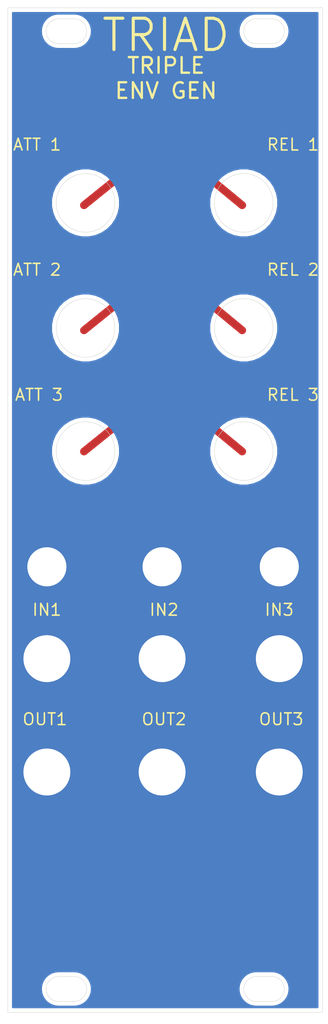
<source format=kicad_pcb>
(kicad_pcb (version 20171130) (host pcbnew "(5.1.5-0)")
  (layers (0 F.Cu signal) (31 B.Cu signal) (34 B.Paste user hide) (35 F.Paste user hide) (36 B.SilkS user hide) (37 F.SilkS user hide) (38 B.Mask user) (39 F.Mask user) (44 Edge.Cuts user hide))
  (net 0 "")
  (net 1 GND)
  (module "custom footprints:5mm_mounting_hole_LED" (layer F.Cu) (at 5 71.5)
    (fp_text reference REF** hide)
    (fp_text value 5mm_mounting_hole_LED)
    (pad 1 thru_hole circle (at 0 0) (size 5.1 5.1) (drill 5) (layers *.Cu *.Mask) (net 1 GND))
  )
  (module "custom footprints:5mm_mounting_hole_LED" (layer F.Cu) (at 20 71.5)
    (fp_text reference REF** hide)
    (fp_text value 5mm_mounting_hole_LED)
    (pad 1 thru_hole circle (at -0.25 0) (size 5.1 5.1) (drill 5) (layers *.Cu *.Mask) (net 1 GND))
  )
  (module "custom footprints:5mm_mounting_hole_LED" (layer F.Cu) (at 34.75 71.5)
    (fp_text reference REF** hide)
    (fp_text value 5mm_mounting_hole_LED)
    (pad 1 thru_hole circle (at 0 0) (size 5.1 5.1) (drill 5) (layers *.Cu *.Mask) (net 1 GND))
  )
  (module "custom footprints:potleaf_small_copper" (layer F.Cu) (at 20 123.5)
    (fp_text reference REF** hide)
    (fp_text value potleaf_small_copper)
    (fp_poly (pts (xy -3.4036 -3.9751) (xy -3.0861 -3.7338) (xy -2.52095 -3.4163) (xy -1.92405 -2.9845) (xy -1.5494 -2.6035) (xy -1.14935 -2.03835) (xy -0.55245 -0.85725) (xy -0.254 -0.2921) (xy -0.2413 -0.2794) (xy -0.5715 -0.254) (xy -0.6731 -0.3048) (xy -1.0287 -0.55245) (xy -1.4351 -0.92075) (xy -1.7653 -1.27) (xy -2.1209 -1.7018) (xy -2.4003 -2.1209) (xy -2.5908 -2.3749) (xy -2.8448 -2.8321) (xy -3.0988 -3.2004) (xy -3.3401 -3.6195) (xy -3.6195 -4.1783)) (layer F.Cu) (width 0.1))
    (fp_poly (pts (xy -1.997075 -0.796925) (xy -1.660525 -0.701675) (xy -1.397 -0.6096) (xy -0.6985 -0.2032) (xy -0.66802 -0.17526) (xy -0.6604 -0.1905) (xy -0.6604 -0.1778) (xy -0.66802 -0.17526) (xy -0.7493 -0.0127) (xy -0.3556 0.127) (xy -0.56515 0.1524) (xy -0.95885 0.1778) (xy -1.4351 0.1778) (xy -1.8796 0.1143) (xy -2.3622 0) (xy -2.7559 -0.1143) (xy -3.1623 -0.3429) (xy -3.4798 -0.5715) (xy -3.8862 -0.6985) (xy -3.2385 -0.7493) (xy -2.7051 -0.7874) (xy -2.24155 -0.79375)) (layer F.Cu) (width 0.1))
    (fp_poly (pts (xy -0.13335 0.2667) (xy -0.50165 0.6985) (xy -0.9398 0.97155) (xy -1.3208 1.11125) (xy -2.0701 1.27635) (xy -1.5875 0.7493) (xy -1.1938 0.4826) (xy -0.8255 0.2794) (xy -0.3556 0.2032) (xy -0.3302 0.2032)) (layer F.Cu) (width 0.1))
    (fp_poly (pts (xy 0 -0.2159) (xy -0.211138 -0.022225) (xy 0.007937 0.073025) (xy 0.758825 0.61595) (xy 0.57785 0.7112) (xy 0 0.254) (xy 0.0127 1.3462) (xy -0.1016 1.2065) (xy -0.10795 0.3175) (xy -0.0635 0.3175) (xy -0.4445 0.1016) (xy -0.73025 -0.0508) (xy -0.56515 -0.3302)) (layer F.Cu) (width 0.1))
    (fp_poly (pts (xy 0.64135 0.2413) (xy 1.1938 0.5207) (xy 1.520825 0.847725) (xy 1.655763 1.077913) (xy 1.887538 1.347788) (xy 1.58115 1.26365) (xy 1.32715 1.18745) (xy 1.14935 1.12395) (xy 0.7747 0.9906) (xy 0.415925 0.796925) (xy 0.155575 0.511175) (xy 0.03175 0.34925) (xy 0.09525 0.38735) (xy 0.06985 0.32385) (xy 0.13335 0.1524)) (layer F.Cu) (width 0.1))
    (fp_poly (pts (xy 3.0734 -0.762) (xy 3.5052 -0.7366) (xy 4.083207 -0.726057) (xy 3.4036 -0.5715) (xy 2.9718 -0.381) (xy 2.6289 -0.1651) (xy 2.2098 0) (xy 1.6764 0.0889) (xy 1.2319 0.1143) (xy 0.65405 0.09525) (xy 0.0762 0.0762) (xy 0.0127 0) (xy 0.2286 -0.0635) (xy 0.235585 -0.1143) (xy 0.551815 -0.2413) (xy 1.08585 -0.4699) (xy 1.6383 -0.6731) (xy 2.032 -0.7874) (xy 2.4765 -0.7874)) (layer F.Cu) (width 0.1))
    (fp_poly (pts (xy 3.0607 -3.4163) (xy 2.8194 -2.921) (xy 2.6162 -2.4638) (xy 2.35585 -1.9431) (xy 2.0828 -1.5875) (xy 1.77165 -1.17475) (xy 1.30175 -0.78105) (xy 0.8001 -0.4445) (xy -0.3048 0.1524) (xy -0.2794 -0.1778) (xy 0.0254 -0.2286) (xy 0.27305 -0.66675) (xy 0.48895 -1.1303) (xy 0.65405 -1.4605) (xy 0.8382 -1.7526) (xy 1.0033 -2.0701) (xy 1.2827 -2.4257) (xy 1.5621 -2.7432) (xy 1.8923 -3.0353) (xy 2.2352 -3.2639) (xy 2.6162 -3.5179) (xy 3.0099 -3.7846) (xy 3.5433 -4.1783)) (layer F.Cu) (width 0.1))
    (fp_poly (pts (xy 0.2159 -5.5499) (xy 0.3175 -5.0673) (xy 0.4318 -4.6101) (xy 0.51435 -4.2799) (xy 0.57785 -3.8989) (xy 0.6223 -3.3782) (xy 0.6223 -2.8448) (xy 0.5715 -2.2606) (xy 0.508 -1.7399) (xy 0.365125 -1.2446) (xy 0.066675 -0.2286) (xy -0.14605 -0.2794) (xy -0.381 -1.1938) (xy -0.554038 -2.0574) (xy -0.538163 -2.8448) (xy -0.485775 -3.5052) (xy -0.32385 -4.2799) (xy -0.0889 -5.0927) (xy 0.0381 -5.8674) (xy 0.1016 -6.3881)) (layer F.Cu) (width 0.1))
  )
  (module "custom footprints:6mm_mounting_hole_thonkiconn" (layer F.Cu) (at 34.75 97.75)
    (fp_text reference TP1 hide)
    (fp_text value TestPoint)
    (pad 1 thru_hole circle (at 0 0) (size 6.1 6.1) (drill 6) (layers *.Cu *.Mask) (net 1 GND))
  )
  (module "custom footprints:6mm_mounting_hole_thonkiconn" (layer F.Cu) (at 4.75 83.25)
    (fp_text reference TP1 hide)
    (fp_text value TestPoint)
    (pad 1 thru_hole circle (at 0.25 0) (size 6.1 6.1) (drill 6) (layers *.Cu *.Mask) (net 1 GND))
  )
  (module "custom footprints:6mm_mounting_hole_thonkiconn" (layer F.Cu) (at 34.75 83.25)
    (fp_text reference TP1 hide)
    (fp_text value TestPoint)
    (pad 1 thru_hole circle (at 0 0) (size 6.1 6.1) (drill 6) (layers *.Cu *.Mask) (net 1 GND))
  )
  (module "custom footprints:6mm_mounting_hole_thonkiconn" (layer F.Cu) (at 19.75 83.25)
    (fp_text reference TP1 hide)
    (fp_text value TestPoint)
    (pad 1 thru_hole circle (at 0 0) (size 6.1 6.1) (drill 6) (layers *.Cu *.Mask) (net 1 GND))
  )
  (module "custom footprints:6mm_mounting_hole_thonkiconn" (layer F.Cu) (at 5 97.75)
    (fp_text reference TP1 hide)
    (fp_text value TestPoint)
    (pad 1 thru_hole circle (at 0 0) (size 6.1 6.1) (drill 6) (layers *.Cu *.Mask) (net 1 GND))
  )
  (module "custom footprints:6mm_mounting_hole_thonkiconn" (layer F.Cu) (at 19.75 97.75)
    (fp_text reference TP1 hide)
    (fp_text value TestPoint)
    (pad 1 thru_hole circle (at 0 0) (size 6.1 6.1) (drill 6) (layers *.Cu *.Mask) (net 1 GND))
  )
  (gr_line (start 9.75 56.75) (end 20 48.5) (layer F.Cu) (width 1))
  (gr_line (start 20 48.5) (end 30 56.75) (layer F.Cu) (width 1))
  (gr_line (start 9.75 41.25) (end 20 33) (layer F.Cu) (width 1))
  (gr_line (start 20 33) (end 30 41.25) (layer F.Cu) (width 1))
  (gr_line (start 20 17) (end 30 25.25) (layer F.Cu) (width 1))
  (gr_line (start 9.75 25.25) (end 20 17) (layer F.Cu) (width 1))
  (gr_circle (center 5 71.5) (end 8 71.5) (layer F.Cu) (width 1))
  (gr_circle (center 19.75 71.5) (end 22.75 71.5) (layer F.Cu) (width 1))
  (gr_circle (center 34.75 71.5) (end 37.75 71.5) (layer F.Cu) (width 1))
  (gr_line (start 35 97.75) (end 5 97.75) (layer F.Cu) (width 2))
  (gr_line (start 34.75 83.25) (end 4.75 83.25) (layer F.Cu) (width 1.25))
  (gr_line (start 35 71.5) (end 5 71.5) (layer F.Cu) (width 0.75))
  (gr_text OUT3 (at 35 91) (layer F.SilkS) (effects (font (size 1.5 1.5) (thickness 0.2))))
  (gr_text OUT2 (at 20 91) (layer F.SilkS) (effects (font (size 1.5 1.5) (thickness 0.2))))
  (gr_text OUT1 (at 4.75 91) (layer F.SilkS) (effects (font (size 1.5 1.5) (thickness 0.2))))
  (gr_text IN1 (at 5 77) (layer F.SilkS) (effects (font (size 1.5 1.5) (thickness 0.2))))
  (gr_text IN2 (at 20 77) (layer F.SilkS) (effects (font (size 1.5 1.5) (thickness 0.2))))
  (gr_text IN3 (at 34.75 77) (layer F.SilkS) (effects (font (size 1.5 1.5) (thickness 0.2))))
  (gr_text "REL 3" (at 36.5 49.5) (layer F.SilkS) (effects (font (size 1.5 1.5) (thickness 0.2))))
  (gr_text "ATT 3" (at 4 49.5) (layer F.SilkS) (effects (font (size 1.5 1.5) (thickness 0.2))))
  (gr_text "ATT 2" (at 3.75 33.5) (layer F.SilkS) (effects (font (size 1.5 1.5) (thickness 0.2))))
  (gr_text "REL 2" (at 36.5 33.5) (layer F.SilkS) (effects (font (size 1.5 1.5) (thickness 0.2))))
  (gr_text "REL 1" (at 36.5 17.5) (layer F.SilkS) (effects (font (size 1.5 1.5) (thickness 0.2))))
  (gr_text "ATT 1" (at 3.75 17.5) (layer F.SilkS) (effects (font (size 1.5 1.5) (thickness 0.2))))
  (gr_circle (center 30.2 56.7) (end 33.95 56.7) (layer Edge.Cuts) (width 0.05))
  (gr_circle (center 9.95 56.7) (end 13.7 56.7) (layer Edge.Cuts) (width 0.05))
  (gr_text "TRIPLE\nENV GEN" (at 20.25 9) (layer F.SilkS) (effects (font (size 2 2) (thickness 0.3))))
  (gr_circle (center 9.95 40.95) (end 13.7 40.95) (layer Edge.Cuts) (width 0.05))
  (gr_circle (center 30.2 40.95) (end 33.95 40.95) (layer Edge.Cuts) (width 0.05))
  (gr_text TRIAD (at 20.25 3.5) (layer F.SilkS) (effects (font (size 4 4) (thickness 0.4))))
  (gr_circle (center 9.95 24.95) (end 13.7 24.95) (layer Edge.Cuts) (width 0.05))
  (gr_circle (center 30.2 24.95) (end 33.95 24.95) (layer Edge.Cuts) (width 0.05))
  (gr_arc (start 8.5 125.5) (end 8.5 127.1) (angle -180) (layer Edge.Cuts) (width 0.05))
  (gr_line (start 6.5 123.9) (end 8.5 123.9) (layer Edge.Cuts) (width 0.05))
  (gr_arc (start 6.5 125.5) (end 6.5 123.9) (angle -180) (layer Edge.Cuts) (width 0.05))
  (gr_line (start 6.5 127.1) (end 8.5 127.1) (layer Edge.Cuts) (width 0.05))
  (gr_arc (start 8.5 3) (end 8.5 4.6) (angle -180) (layer Edge.Cuts) (width 0.05))
  (gr_line (start 6.5 1.4) (end 8.5 1.4) (layer Edge.Cuts) (width 0.05))
  (gr_arc (start 6.5 3) (end 6.5 1.4) (angle -180) (layer Edge.Cuts) (width 0.05))
  (gr_line (start 6.5 4.6) (end 8.5 4.6) (layer Edge.Cuts) (width 0.05))
  (gr_arc (start 33.8 125.5) (end 33.8 127.1) (angle -180) (layer Edge.Cuts) (width 0.05))
  (gr_line (start 31.8 123.9) (end 33.8 123.9) (layer Edge.Cuts) (width 0.05))
  (gr_arc (start 31.8 125.5) (end 31.8 123.9) (angle -180) (layer Edge.Cuts) (width 0.05))
  (gr_line (start 31.8 127.1) (end 33.8 127.1) (layer Edge.Cuts) (width 0.05))
  (gr_line (start 31.8 1.4) (end 33.8 1.4) (layer Edge.Cuts) (width 0.05))
  (gr_line (start 31.8 4.6) (end 33.8 4.6) (layer Edge.Cuts) (width 0.05))
  (gr_arc (start 31.8 3) (end 31.8 1.4) (angle -180) (layer Edge.Cuts) (width 0.05))
  (gr_arc (start 33.8 3) (end 33.8 4.6) (angle -180) (layer Edge.Cuts) (width 0.05))
  (gr_line (start 0 128.5) (end 0 0) (layer Edge.Cuts) (width 0.05))
  (gr_line (start 40.3 128.5) (end 0 128.5) (layer Edge.Cuts) (width 0.05))
  (gr_line (start 40.3 0) (end 40.3 128.5) (layer Edge.Cuts) (width 0.05))
  (gr_line (start 0 0) (end 40.3 0) (layer Edge.Cuts) (width 0.05))
  (zone (net 1) (net_name GND) (layer B.Cu) (connect_pads yes (clearance 0.508)) (min_thickness 0.254) (fill yes (arc_segments 32) (thermal_gap 0.508) (thermal_bridge_width 0.508))
    (polygon (pts (xy 41 130) (xy -1 130) (xy -1 -1) (xy 41 -1)))
  )
)
</source>
